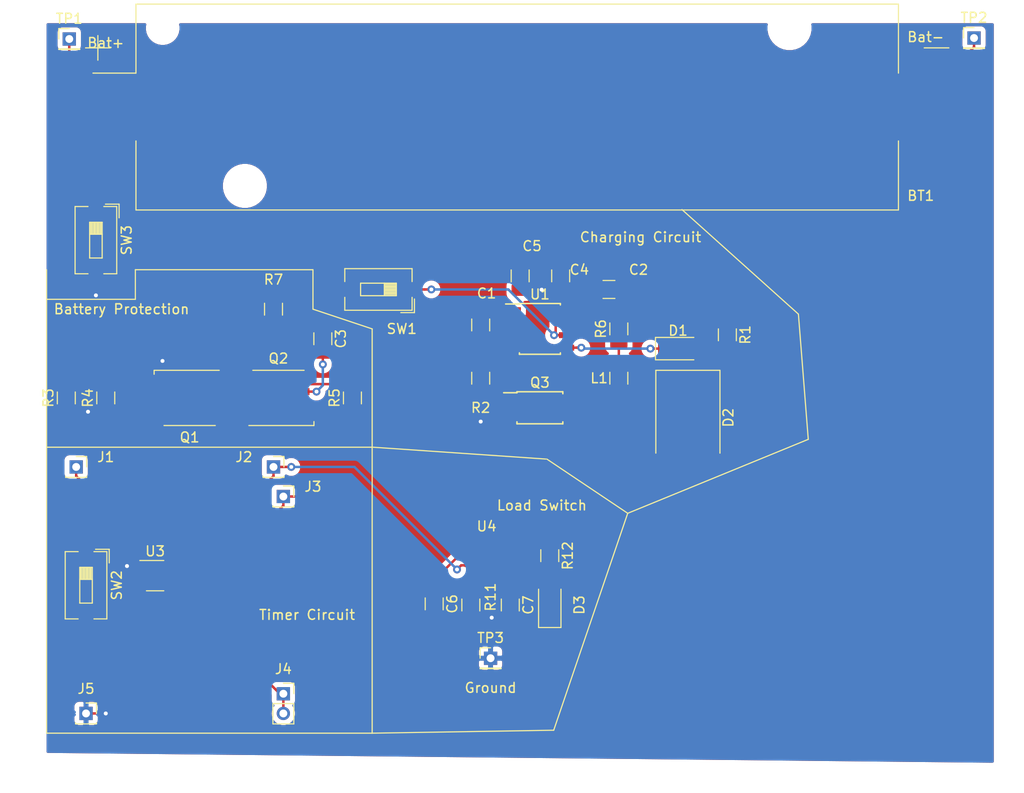
<source format=kicad_pcb>
(kicad_pcb (version 20171130) (host pcbnew "(5.1.0)-1")
  (layers (0 F.Cu signal) (31 B.Cu signal) (34 B.Paste user) (35 F.Paste user) (36 B.SilkS user) (37 F.SilkS user) (38 B.Mask user) (39 F.Mask user) (44 Edge.Cuts user))
  (net 0 "")
  (net 1 BAT)
  (net 2 "Net-(BT1-Pad2)")
  (net 3 "Net-(C1-Pad1)")
  (net 4 "Net-(C1-Pad2)")
  (net 5 GNDD)
  (net 6 "Net-(C2-Pad1)")
  (net 7 "Net-(C3-Pad1)")
  (net 8 +5V)
  (net 9 "Net-(C6-Pad1)")
  (net 10 "Net-(C7-Pad1)")
  (net 11 "Net-(D1-Pad2)")
  (net 12 "Net-(D1-Pad1)")
  (net 13 "Net-(D2-Pad1)")
  (net 14 "Net-(D3-Pad2)")
  (net 15 "Net-(J1-Pad1)")
  (net 16 "Net-(J2-Pad1)")
  (net 17 "Net-(J4-Pad1)")
  (net 18 "Net-(L1-Pad2)")
  (net 19 "Net-(Q1-Pad5)")
  (net 20 "Net-(Q1-Pad4)")
  (net 21 "Net-(Q2-Pad4)")
  (net 22 "Net-(Q3-Pad3)")
  (net 23 "Net-(R3-Pad2)")
  (net 24 "Net-(R11-Pad1)")
  (net 25 "Net-(U4-Pad3)")
  (net 26 "Net-(U4-Pad8)")
  (net 27 "Net-(U4-Pad6)")
  (module Battery:BatteryHolder_Keystone_1042_1x18650 (layer F.Cu) (at 98.7 70.5)
    (fp_text reference BT1 (at 40.9 9) (layer F.SilkS))
    (fp_text value Cell1)
    (pad 1 smd rect (at -39.33 0) (size 7.34 6.35) (layers F.Cu F.Paste F.Mask) (net 1 BAT))
    (pad 2 smd rect (at 39.33 0) (size 7.34 6.35) (layers F.Cu F.Paste F.Mask) (net 2 "Net-(BT1-Pad2)"))
    (pad "" np_thru_hole circle (at 27.6 -8) (size 3.45 3.45) (drill 3.45) (layers *.Cu *.Mask))
    (pad "" np_thru_hole circle (at -27.6 8) (size 3.45 3.45) (drill 3.45) (layers *.Cu *.Mask))
    (pad "" np_thru_hole circle (at -35.93 -8) (size 2.39 2.39) (drill 2.39) (layers *.Cu *.Mask))
  )
  (module Capacitor_SMD:C_1206_3216Metric (layer F.Cu) (at 95 92.6 270)
    (fp_text reference C1 (at -3.2 -0.6) (layer F.SilkS))
    (fp_text value 0.47u)
    (pad 1 smd roundrect (at -1.4 0 270) (size 1.25 1.75) (layers F.Cu F.Paste F.Mask) (roundrect_rratio 0.2) (net 3 "Net-(C1-Pad1)"))
    (pad 2 smd roundrect (at 1.4 0 270) (size 1.25 1.75) (layers F.Cu F.Paste F.Mask) (roundrect_rratio 0.2) (net 4 "Net-(C1-Pad2)"))
  )
  (module Capacitor_SMD:C_1206_3216Metric (layer F.Cu) (at 108 89 180)
    (fp_text reference C2 (at -3 2 180) (layer F.SilkS))
    (fp_text value 22u)
    (pad 2 smd roundrect (at 1.4 0 180) (size 1.25 1.75) (layers F.Cu F.Paste F.Mask) (roundrect_rratio 0.2) (net 5 GNDD))
    (pad 1 smd roundrect (at -1.4 0 180) (size 1.25 1.75) (layers F.Cu F.Paste F.Mask) (roundrect_rratio 0.2) (net 6 "Net-(C2-Pad1)"))
  )
  (module Capacitor_SMD:C_1206_3216Metric (layer F.Cu) (at 79 94 270)
    (fp_text reference C3 (at 0 -1.82 270) (layer F.SilkS))
    (fp_text value 0.1u)
    (pad 1 smd roundrect (at -1.4 0 270) (size 1.25 1.75) (layers F.Cu F.Paste F.Mask) (roundrect_rratio 0.2) (net 7 "Net-(C3-Pad1)"))
    (pad 2 smd roundrect (at 1.4 0 270) (size 1.25 1.75) (layers F.Cu F.Paste F.Mask) (roundrect_rratio 0.2) (net 2 "Net-(BT1-Pad2)"))
  )
  (module Capacitor_SMD:C_1206_3216Metric (layer F.Cu) (at 103.105001 87.623001 270)
    (fp_text reference C4 (at -0.623001 -1.894999) (layer F.SilkS))
    (fp_text value 10u)
    (pad 2 smd roundrect (at 1.4 0 270) (size 1.25 1.75) (layers F.Cu F.Paste F.Mask) (roundrect_rratio 0.2) (net 5 GNDD))
    (pad 1 smd roundrect (at -1.4 0 270) (size 1.25 1.75) (layers F.Cu F.Paste F.Mask) (roundrect_rratio 0.2) (net 8 +5V))
  )
  (module Capacitor_SMD:C_1206_3216Metric (layer F.Cu) (at 99 87.623001 270)
    (fp_text reference C5 (at -3.023001 -1.2) (layer F.SilkS))
    (fp_text value 0.1u)
    (pad 1 smd roundrect (at -1.4 0 270) (size 1.25 1.75) (layers F.Cu F.Paste F.Mask) (roundrect_rratio 0.2) (net 8 +5V))
    (pad 2 smd roundrect (at 1.4 0 270) (size 1.25 1.75) (layers F.Cu F.Paste F.Mask) (roundrect_rratio 0.2) (net 5 GNDD))
  )
  (module Capacitor_SMD:C_1206_3216Metric (layer F.Cu) (at 90.286999 120.885001 270)
    (fp_text reference C6 (at 0 -1.82 270) (layer F.SilkS))
    (fp_text value 0.1u)
    (pad 1 smd roundrect (at -1.4 0 270) (size 1.25 1.75) (layers F.Cu F.Paste F.Mask) (roundrect_rratio 0.2) (net 9 "Net-(C6-Pad1)"))
    (pad 2 smd roundrect (at 1.4 0 270) (size 1.25 1.75) (layers F.Cu F.Paste F.Mask) (roundrect_rratio 0.2) (net 5 GNDD))
  )
  (module Capacitor_SMD:C_1206_3216Metric (layer F.Cu) (at 98 121 270)
    (fp_text reference C7 (at 0 -1.82 270) (layer F.SilkS))
    (fp_text value 150u)
    (pad 2 smd roundrect (at 1.4 0 270) (size 1.25 1.75) (layers F.Cu F.Paste F.Mask) (roundrect_rratio 0.2) (net 5 GNDD))
    (pad 1 smd roundrect (at -1.4 0 270) (size 1.25 1.75) (layers F.Cu F.Paste F.Mask) (roundrect_rratio 0.2) (net 10 "Net-(C7-Pad1)"))
  )
  (module LED_SMD:LED_1206_3216Metric (layer F.Cu) (at 115 95)
    (fp_text reference D1 (at 0 -1.82) (layer F.SilkS))
    (fp_text value LED)
    (pad 2 smd roundrect (at 1.4 0) (size 1.25 1.75) (layers F.Cu F.Paste F.Mask) (roundrect_rratio 0.2) (net 11 "Net-(D1-Pad2)"))
    (pad 1 smd roundrect (at -1.4 0) (size 1.25 1.75) (layers F.Cu F.Paste F.Mask) (roundrect_rratio 0.2) (net 12 "Net-(D1-Pad1)"))
  )
  (module Diode_SMD:D_SMC (layer F.Cu) (at 116 102 270)
    (fp_text reference D2 (at 0 -4.1 270) (layer F.SilkS))
    (fp_text value B330)
    (pad 1 smd rect (at -3.4 0) (size 3.3 2.5) (layers F.Cu F.Paste F.Mask) (net 13 "Net-(D2-Pad1)"))
    (pad 2 smd rect (at 3.4 0) (size 3.3 2.5) (layers F.Cu F.Paste F.Mask) (net 5 GNDD))
  )
  (module LED_SMD:LED_1206_3216Metric (layer F.Cu) (at 102 121 90)
    (fp_text reference D3 (at 0 3 90) (layer F.SilkS))
    (fp_text value LED)
    (pad 1 smd roundrect (at -1.4 0 90) (size 1.25 1.75) (layers F.Cu F.Paste F.Mask) (roundrect_rratio 0.2) (net 5 GNDD))
    (pad 2 smd roundrect (at 1.4 0 90) (size 1.25 1.75) (layers F.Cu F.Paste F.Mask) (roundrect_rratio 0.2) (net 14 "Net-(D3-Pad2)"))
  )
  (module Connector_PinSocket_2.00mm:PinSocket_1x01_P2.00mm_Vertical (layer F.Cu) (at 54 107)
    (fp_text reference J1 (at 3 -1) (layer F.SilkS))
    (fp_text value Conn_01x01_Female)
    (pad 1 thru_hole rect (at 0 0) (size 1.35 1.35) (drill 0.8) (layers *.Cu *.Mask) (net 15 "Net-(J1-Pad1)"))
  )
  (module Connector_PinSocket_2.00mm:PinSocket_1x01_P2.00mm_Vertical (layer F.Cu) (at 74 107)
    (fp_text reference J2 (at -3 -1) (layer F.SilkS))
    (fp_text value Conn_01x01_Female)
    (pad 1 thru_hole rect (at 0 0) (size 1.35 1.35) (drill 0.8) (layers *.Cu *.Mask) (net 16 "Net-(J2-Pad1)"))
  )
  (module Connector_PinSocket_2.00mm:PinSocket_1x01_P2.00mm_Vertical (layer F.Cu) (at 75 110)
    (fp_text reference J3 (at 3 -1) (layer F.SilkS))
    (fp_text value Conn_01x01_Female)
    (pad 1 thru_hole rect (at 0 0) (size 1.35 1.35) (drill 0.8) (layers *.Cu *.Mask) (net 9 "Net-(C6-Pad1)"))
  )
  (module Connector_PinSocket_2.00mm:PinSocket_1x02_P2.00mm_Vertical (layer F.Cu) (at 75 130)
    (fp_text reference J4 (at 0 -2.5) (layer F.SilkS))
    (fp_text value Conn_01x02_Female)
    (pad 1 thru_hole rect (at 0 0) (size 1.35 1.35) (drill 0.8) (layers *.Cu *.Mask) (net 17 "Net-(J4-Pad1)"))
    (pad 2 thru_hole oval (at 0 2) (size 1.35 1.35) (drill 0.8) (layers *.Cu *.Mask) (net 17 "Net-(J4-Pad1)"))
  )
  (module Connector_PinSocket_2.00mm:PinSocket_1x01_P2.00mm_Vertical (layer F.Cu) (at 55 132)
    (fp_text reference J5 (at 0 -2.5) (layer F.SilkS))
    (fp_text value Conn_01x01_Female)
    (pad 1 thru_hole rect (at 0 0) (size 1.35 1.35) (drill 0.8) (layers *.Cu *.Mask) (net 5 GNDD))
  )
  (module Inductor_SMD:L_1206_3216Metric (layer F.Cu) (at 109 98 90)
    (fp_text reference L1 (at 0 -2 180) (layer F.SilkS))
    (fp_text value 1.64u)
    (pad 1 smd roundrect (at -1.4 0 90) (size 1.25 1.75) (layers F.Cu F.Paste F.Mask) (roundrect_rratio 0.2) (net 13 "Net-(D2-Pad1)"))
    (pad 2 smd roundrect (at 1.4 0 90) (size 1.25 1.75) (layers F.Cu F.Paste F.Mask) (roundrect_rratio 0.2) (net 18 "Net-(L1-Pad2)"))
  )
  (module Package_TO_SOT_SMD:TDSON-8-1 (layer F.Cu) (at 65.5 100)
    (fp_text reference Q1 (at 0 4) (layer F.SilkS))
    (fp_text value CSD17307Q5A)
    (pad 5 smd rect (at 0.5 0 270) (size 4.5 4.29) (layers F.Cu F.Mask) (net 19 "Net-(Q1-Pad5)"))
    (pad 5 smd rect (at 2.75 -1.91 270) (size 0.7 0.8) (layers F.Cu F.Paste F.Mask) (net 19 "Net-(Q1-Pad5)"))
    (pad 5 smd rect (at 2.75 -0.64 270) (size 0.7 0.8) (layers F.Cu F.Paste F.Mask) (net 19 "Net-(Q1-Pad5)"))
    (pad 5 smd rect (at 2.75 0.64 270) (size 0.7 0.8) (layers F.Cu F.Paste F.Mask) (net 19 "Net-(Q1-Pad5)"))
    (pad 5 smd rect (at 2.75 1.91 270) (size 0.7 0.8) (layers F.Cu F.Paste F.Mask) (net 19 "Net-(Q1-Pad5)"))
    (pad 4 smd rect (at -2.75 1.91 270) (size 0.7 0.8) (layers F.Cu F.Paste F.Mask) (net 20 "Net-(Q1-Pad4)"))
    (pad 3 smd rect (at -2.75 0.64 270) (size 0.7 0.8) (layers F.Cu F.Paste F.Mask) (net 5 GNDD))
    (pad 2 smd rect (at -2.75 -0.64 270) (size 0.7 0.8) (layers F.Cu F.Paste F.Mask) (net 5 GNDD))
    (pad 1 smd rect (at -2.75 -1.91 270) (size 0.7 0.8) (layers F.Cu F.Paste F.Mask) (net 5 GNDD))
  )
  (module Package_TO_SOT_SMD:TDSON-8-1 (layer F.Cu) (at 74.5 100 180)
    (fp_text reference Q2 (at 0 4 180) (layer F.SilkS))
    (fp_text value CSD17307Q5A)
    (pad 1 smd rect (at -2.75 -1.91 90) (size 0.7 0.8) (layers F.Cu F.Paste F.Mask) (net 2 "Net-(BT1-Pad2)"))
    (pad 2 smd rect (at -2.75 -0.64 90) (size 0.7 0.8) (layers F.Cu F.Paste F.Mask) (net 2 "Net-(BT1-Pad2)"))
    (pad 3 smd rect (at -2.75 0.64 90) (size 0.7 0.8) (layers F.Cu F.Paste F.Mask) (net 2 "Net-(BT1-Pad2)"))
    (pad 4 smd rect (at -2.75 1.91 90) (size 0.7 0.8) (layers F.Cu F.Paste F.Mask) (net 21 "Net-(Q2-Pad4)"))
    (pad 5 smd rect (at 2.75 1.91 90) (size 0.7 0.8) (layers F.Cu F.Paste F.Mask) (net 19 "Net-(Q1-Pad5)"))
    (pad 5 smd rect (at 2.75 0.64 90) (size 0.7 0.8) (layers F.Cu F.Paste F.Mask) (net 19 "Net-(Q1-Pad5)"))
    (pad 5 smd rect (at 2.75 -0.64 90) (size 0.7 0.8) (layers F.Cu F.Paste F.Mask) (net 19 "Net-(Q1-Pad5)"))
    (pad 5 smd rect (at 2.75 -1.91 90) (size 0.7 0.8) (layers F.Cu F.Paste F.Mask) (net 19 "Net-(Q1-Pad5)"))
    (pad 5 smd rect (at 0.5 0 90) (size 4.5 4.29) (layers F.Cu F.Mask) (net 19 "Net-(Q1-Pad5)"))
  )
  (module Package_SO:TSSOP-8_4.4x3mm_P0.65mm (layer F.Cu) (at 101 101)
    (fp_text reference Q3 (at 0 -2.55) (layer F.SilkS))
    (fp_text value Si6435ADQ)
    (pad 1 smd rect (at -2.95 -0.975) (size 1.45 0.45) (layers F.Cu F.Paste F.Mask) (net 8 +5V))
    (pad 2 smd rect (at -2.95 -0.325) (size 1.45 0.45) (layers F.Cu F.Paste F.Mask) (net 13 "Net-(D2-Pad1)"))
    (pad 3 smd rect (at -2.95 0.325) (size 1.45 0.45) (layers F.Cu F.Paste F.Mask) (net 22 "Net-(Q3-Pad3)"))
    (pad 4 smd rect (at -2.95 0.975) (size 1.45 0.45) (layers F.Cu F.Paste F.Mask))
    (pad 5 smd rect (at 2.95 0.975) (size 1.45 0.45) (layers F.Cu F.Paste F.Mask))
    (pad 6 smd rect (at 2.95 0.325) (size 1.45 0.45) (layers F.Cu F.Paste F.Mask))
    (pad 7 smd rect (at 2.95 -0.325) (size 1.45 0.45) (layers F.Cu F.Paste F.Mask))
    (pad 8 smd rect (at 2.95 -0.975) (size 1.45 0.45) (layers F.Cu F.Paste F.Mask))
  )
  (module Resistor_SMD:R_1206_3216Metric (layer F.Cu) (at 120 93.6 270)
    (fp_text reference R1 (at 0 -1.82 270) (layer F.SilkS))
    (fp_text value 2k)
    (pad 1 smd roundrect (at -1.4 0 270) (size 1.25 1.75) (layers F.Cu F.Paste F.Mask) (roundrect_rratio 0.2) (net 8 +5V))
    (pad 2 smd roundrect (at 1.4 0 270) (size 1.25 1.75) (layers F.Cu F.Paste F.Mask) (roundrect_rratio 0.2) (net 11 "Net-(D1-Pad2)"))
  )
  (module Resistor_SMD:R_1206_3216Metric (layer F.Cu) (at 95 98 270)
    (fp_text reference R2 (at 3 0) (layer F.SilkS))
    (fp_text value 2.2k)
    (pad 1 smd roundrect (at -1.4 0 270) (size 1.25 1.75) (layers F.Cu F.Paste F.Mask) (roundrect_rratio 0.2) (net 4 "Net-(C1-Pad2)"))
    (pad 2 smd roundrect (at 1.4 0 270) (size 1.25 1.75) (layers F.Cu F.Paste F.Mask) (roundrect_rratio 0.2) (net 5 GNDD))
  )
  (module Resistor_SMD:R_1206_3216Metric (layer F.Cu) (at 53 100 90)
    (fp_text reference R3 (at 0 -1.82 90) (layer F.SilkS))
    (fp_text value 2.2k)
    (pad 1 smd roundrect (at -1.4 0 90) (size 1.25 1.75) (layers F.Cu F.Paste F.Mask) (roundrect_rratio 0.2) (net 5 GNDD))
    (pad 2 smd roundrect (at 1.4 0 90) (size 1.25 1.75) (layers F.Cu F.Paste F.Mask) (roundrect_rratio 0.2) (net 23 "Net-(R3-Pad2)"))
  )
  (module Resistor_SMD:R_1206_3216Metric (layer F.Cu) (at 57 100 90)
    (fp_text reference R4 (at 0 -1.82 90) (layer F.SilkS))
    (fp_text value 5M)
    (pad 1 smd roundrect (at -1.4 0 90) (size 1.25 1.75) (layers F.Cu F.Paste F.Mask) (roundrect_rratio 0.2) (net 5 GNDD))
    (pad 2 smd roundrect (at 1.4 0 90) (size 1.25 1.75) (layers F.Cu F.Paste F.Mask) (roundrect_rratio 0.2) (net 20 "Net-(Q1-Pad4)"))
  )
  (module Resistor_SMD:R_1206_3216Metric (layer F.Cu) (at 82 100 90)
    (fp_text reference R5 (at 0 -1.82 90) (layer F.SilkS))
    (fp_text value 5M)
    (pad 2 smd roundrect (at 1.4 0 90) (size 1.25 1.75) (layers F.Cu F.Paste F.Mask) (roundrect_rratio 0.2) (net 21 "Net-(Q2-Pad4)"))
    (pad 1 smd roundrect (at -1.4 0 90) (size 1.25 1.75) (layers F.Cu F.Paste F.Mask) (roundrect_rratio 0.2) (net 2 "Net-(BT1-Pad2)"))
  )
  (module Resistor_SMD:R_1206_3216Metric (layer F.Cu) (at 109 93 90)
    (fp_text reference R6 (at 0 -1.82 90) (layer F.SilkS))
    (fp_text value 59m)
    (pad 2 smd roundrect (at 1.4 0 90) (size 1.25 1.75) (layers F.Cu F.Paste F.Mask) (roundrect_rratio 0.2) (net 6 "Net-(C2-Pad1)"))
    (pad 1 smd roundrect (at -1.4 0 90) (size 1.25 1.75) (layers F.Cu F.Paste F.Mask) (roundrect_rratio 0.2) (net 18 "Net-(L1-Pad2)"))
  )
  (module Resistor_SMD:R_1206_3216Metric (layer F.Cu) (at 74 91 270)
    (fp_text reference R7 (at -3 0) (layer F.SilkS))
    (fp_text value 330)
    (pad 2 smd roundrect (at 1.4 0 270) (size 1.25 1.75) (layers F.Cu F.Paste F.Mask) (roundrect_rratio 0.2) (net 7 "Net-(C3-Pad1)"))
    (pad 1 smd roundrect (at -1.4 0 270) (size 1.25 1.75) (layers F.Cu F.Paste F.Mask) (roundrect_rratio 0.2) (net 1 BAT))
  )
  (module Resistor_SMD:R_1206_3216Metric (layer F.Cu) (at 94 121 270)
    (fp_text reference R11 (at -0.8 -2 270) (layer F.SilkS))
    (fp_text value 20k)
    (pad 2 smd roundrect (at 1.4 0 270) (size 1.25 1.75) (layers F.Cu F.Paste F.Mask) (roundrect_rratio 0.2) (net 5 GNDD))
    (pad 1 smd roundrect (at -1.4 0 270) (size 1.25 1.75) (layers F.Cu F.Paste F.Mask) (roundrect_rratio 0.2) (net 24 "Net-(R11-Pad1)"))
  )
  (module Resistor_SMD:R_1206_3216Metric (layer F.Cu) (at 102 116 270)
    (fp_text reference R12 (at 0 -1.82 270) (layer F.SilkS))
    (fp_text value 2k)
    (pad 1 smd roundrect (at -1.4 0 270) (size 1.25 1.75) (layers F.Cu F.Paste F.Mask) (roundrect_rratio 0.2) (net 10 "Net-(C7-Pad1)"))
    (pad 2 smd roundrect (at 1.4 0 270) (size 1.25 1.75) (layers F.Cu F.Paste F.Mask) (roundrect_rratio 0.2) (net 14 "Net-(D3-Pad2)"))
  )
  (module Button_Switch_SMD:SW_DIP_SPSTx01_Slide_6.7x4.1mm_W6.73mm_P2.54mm_LowProfile_JPin (layer F.Cu) (at 84.635 89 180)
    (fp_text reference SW1 (at -2.365 -4 180) (layer F.SilkS))
    (fp_text value SW_Push)
    (pad 1 smd rect (at -3.365 0 180) (size 2.16 1.12) (layers F.Cu F.Paste F.Mask) (net 6 "Net-(C2-Pad1)"))
    (pad 2 smd rect (at 3.365 0 180) (size 2.16 1.12) (layers F.Cu F.Paste F.Mask) (net 1 BAT))
  )
  (module Button_Switch_SMD:SW_DIP_SPSTx01_Slide_6.7x4.1mm_W6.73mm_P2.54mm_LowProfile_JPin (layer F.Cu) (at 55 119 270)
    (fp_text reference SW2 (at 0 -3.11 270) (layer F.SilkS))
    (fp_text value SW_Push)
    (pad 1 smd rect (at -3.365 0 270) (size 2.16 1.12) (layers F.Cu F.Paste F.Mask) (net 8 +5V))
    (pad 2 smd rect (at 3.365 0 270) (size 2.16 1.12) (layers F.Cu F.Paste F.Mask) (net 9 "Net-(C6-Pad1)"))
  )
  (module Button_Switch_SMD:SW_DIP_SPSTx01_Slide_6.7x4.1mm_W6.73mm_P2.54mm_LowProfile_JPin (layer F.Cu) (at 56 84 270)
    (fp_text reference SW3 (at 0 -3.11 270) (layer F.SilkS))
    (fp_text value SW_Push)
    (pad 2 smd rect (at 3.365 0 270) (size 2.16 1.12) (layers F.Cu F.Paste F.Mask) (net 5 GNDD))
    (pad 1 smd rect (at -3.365 0 270) (size 2.16 1.12) (layers F.Cu F.Paste F.Mask) (net 1 BAT))
  )
  (module Connector_PinHeader_2.00mm:PinHeader_1x01_P2.00mm_Vertical (layer F.Cu) (at 53.3 63.6)
    (fp_text reference TP1 (at 0 -2.06) (layer F.SilkS))
    (fp_text value TestPoint)
    (pad 1 thru_hole rect (at 0 0) (size 1.35 1.35) (drill 0.8) (layers *.Cu *.Mask) (net 1 BAT))
  )
  (module Connector_PinHeader_2.00mm:PinHeader_1x01_P2.00mm_Vertical (layer F.Cu) (at 145 63.5)
    (fp_text reference TP2 (at 0 -2.06) (layer F.SilkS))
    (fp_text value TestPoint)
    (pad 1 thru_hole rect (at 0 0) (size 1.35 1.35) (drill 0.8) (layers *.Cu *.Mask) (net 2 "Net-(BT1-Pad2)"))
  )
  (module Connector_PinHeader_2.00mm:PinHeader_1x01_P2.00mm_Vertical (layer F.Cu) (at 96 126.4)
    (fp_text reference TP3 (at 0 -2.06) (layer F.SilkS))
    (fp_text value TestPoint)
    (pad 1 thru_hole rect (at 0 0) (size 1.35 1.35) (drill 0.8) (layers *.Cu *.Mask) (net 5 GNDD))
  )
  (module Package_SO:SOIC-8_3.9x4.9mm_P1.27mm (layer F.Cu) (at 101 93)
    (fp_text reference U1 (at 0 -3.5) (layer F.SilkS))
    (fp_text value LTC4002ES8-4.2)
    (pad 1 smd rect (at -2.7 -1.905) (size 1.55 0.6) (layers F.Cu F.Paste F.Mask) (net 3 "Net-(C1-Pad1)"))
    (pad 2 smd rect (at -2.7 -0.635) (size 1.55 0.6) (layers F.Cu F.Paste F.Mask) (net 8 +5V))
    (pad 3 smd rect (at -2.7 0.635) (size 1.55 0.6) (layers F.Cu F.Paste F.Mask) (net 22 "Net-(Q3-Pad3)"))
    (pad 4 smd rect (at -2.7 1.905) (size 1.55 0.6) (layers F.Cu F.Paste F.Mask) (net 5 GNDD))
    (pad 5 smd rect (at 2.7 1.905) (size 1.55 0.6) (layers F.Cu F.Paste F.Mask) (net 12 "Net-(D1-Pad1)"))
    (pad 6 smd rect (at 2.7 0.635) (size 1.55 0.6) (layers F.Cu F.Paste F.Mask) (net 6 "Net-(C2-Pad1)"))
    (pad 7 smd rect (at 2.7 -0.635) (size 1.55 0.6) (layers F.Cu F.Paste F.Mask) (net 18 "Net-(L1-Pad2)"))
    (pad 8 smd rect (at 2.7 -1.905) (size 1.55 0.6) (layers F.Cu F.Paste F.Mask) (net 5 GNDD))
  )
  (module Package_TO_SOT_SMD:TSOT-23-6 (layer F.Cu) (at 62 118)
    (fp_text reference U3 (at 0 -2.45) (layer F.SilkS))
    (fp_text value LTC6995-1)
    (pad 1 smd rect (at -1.31 -0.95) (size 1.22 0.65) (layers F.Cu F.Paste F.Mask) (net 5 GNDD))
    (pad 2 smd rect (at -1.31 0) (size 1.22 0.65) (layers F.Cu F.Paste F.Mask) (net 5 GNDD))
    (pad 3 smd rect (at -1.31 0.95) (size 1.22 0.65) (layers F.Cu F.Paste F.Mask) (net 15 "Net-(J1-Pad1)"))
    (pad 4 smd rect (at 1.31 0.95) (size 1.22 0.65) (layers F.Cu F.Paste F.Mask) (net 17 "Net-(J4-Pad1)"))
    (pad 5 smd rect (at 1.31 0) (size 1.22 0.65) (layers F.Cu F.Paste F.Mask) (net 9 "Net-(C6-Pad1)"))
    (pad 6 smd rect (at 1.31 -0.95) (size 1.22 0.65) (layers F.Cu F.Paste F.Mask) (net 16 "Net-(J2-Pad1)"))
  )
  (module tps2557:TPS2557 (layer F.Cu) (at 93.6 115.025)
    (fp_text reference U4 (at 2 -2) (layer F.SilkS))
    (fp_text value TPS2557)
    (pad 1 smd rect (at 0 0) (size 0.5 0.35) (layers F.Cu F.Paste F.Mask) (net 5 GNDD))
    (pad 2 smd rect (at 0 0.65) (size 0.5 0.35) (layers F.Cu F.Paste F.Mask) (net 9 "Net-(C6-Pad1)"))
    (pad 3 smd rect (at 0 1.3) (size 0.5 0.35) (layers F.Cu F.Paste F.Mask) (net 25 "Net-(U4-Pad3)"))
    (pad 4 smd rect (at 0 1.95) (size 0.5 0.35) (layers F.Cu F.Paste F.Mask) (net 16 "Net-(J2-Pad1)"))
    (pad 7 smd rect (at 2.8 0.65) (size 0.5 0.35) (layers F.Cu F.Paste F.Mask) (net 10 "Net-(C7-Pad1)"))
    (pad 5 smd rect (at 2.8 1.95) (size 0.5 0.35) (layers F.Cu F.Paste F.Mask) (net 24 "Net-(R11-Pad1)"))
    (pad 8 smd rect (at 2.8 0) (size 0.5 0.35) (layers F.Cu F.Paste F.Mask) (net 26 "Net-(U4-Pad8)"))
    (pad 6 smd rect (at 2.8 1.3) (size 0.5 0.35) (layers F.Cu F.Paste F.Mask) (net 27 "Net-(U4-Pad6)"))
    (pad 1 smd rect (at 1.4 0.975) (size 1.65 2.4) (layers F.Cu F.Paste F.Mask) (net 5 GNDD))
  )
  (gr_text "Charging Circuit" (at 111.2 83.7) (layer F.SilkS) (effects (font (size 1 1))))
  (gr_line (start 127.2 91.5) (end 115.4 80.9) (layer F.SilkS) (width 0.12))
  (gr_line (start 128.2 104.2) (end 127.2 91.5) (layer F.SilkS) (width 0.12))
  (gr_line (start 109.9 111.7) (end 128.2 104.2) (layer F.SilkS) (width 0.12))
  (gr_line (start 102.4 133.7) (end 84 134) (layer F.SilkS) (width 0.12))
  (gr_line (start 109.9 111.7) (end 102.4 133.7) (layer F.SilkS) (width 0.12))
  (gr_line (start 101.7 106.2) (end 109.9 111.7) (layer F.SilkS) (width 0.12))
  (gr_line (start 84.1 105) (end 101.6 106.2) (layer F.SilkS) (width 0.12))
  (gr_text "Load Switch" (at 101.2 110.9) (layer F.SilkS) (effects (font (size 1 1))))
  (gr_text "Battery Protection" (at 58.6 91) (layer F.SilkS) (effects (font (size 1 1))))
  (gr_text "Timer Circuit" (at 77.4 122) (layer F.SilkS) (effects (font (size 1 1))))
  (gr_text Bat- (at 140.1 63.4) (layer F.SilkS) (effects (font (size 1 1))))
  (gr_text Bat+ (at 57 64) (layer F.SilkS) (effects (font (size 1 1))))
  (gr_text Ground (at 96 129.4) (layer F.SilkS) (effects (font (size 1 1))))
  (gr_line (start 84 105) (end 84 93) (layer F.SilkS) (width 0.12))
  (gr_line (start 78 91) (end 84 93) (layer F.SilkS) (width 0.12))
  (gr_line (start 78 90) (end 78 91) (layer F.SilkS) (width 0.12))
  (gr_line (start 78 87) (end 78 90) (layer F.SilkS) (width 0.12))
  (gr_line (start 60 87) (end 78 87) (layer F.SilkS) (width 0.12))
  (gr_line (start 60 90) (end 60 87) (layer F.SilkS) (width 0.12))
  (gr_line (start 51 90) (end 60 90) (layer F.SilkS) (width 0.12))
  (gr_line (start 51 134) (end 51 105) (layer F.SilkS) (width 0.12))
  (gr_line (start 84 134) (end 51 134) (layer F.SilkS) (width 0.12))
  (gr_line (start 84 105) (end 84 134) (layer F.SilkS) (width 0.12))
  (gr_line (start 84 105) (end 51 105) (layer F.SilkS) (width 0.12))
  (gr_line (start 51 105) (end 51 87) (layer F.SilkS) (width 0.12))
  (segment (start 65.035 80.635) (end 74 89.6) (width 0.25) (layer F.Cu) (net 1))
  (segment (start 56 80.635) (end 65.035 80.635) (width 0.25) (layer F.Cu) (net 1))
  (segment (start 80.67 89.6) (end 81.27 89) (width 0.25) (layer F.Cu) (net 1))
  (segment (start 74 89.6) (end 80.67 89.6) (width 0.25) (layer F.Cu) (net 1))
  (segment (start 53.3 64.525) (end 53.3 63.6) (width 0.25) (layer F.Cu) (net 1))
  (segment (start 53.3 68.35) (end 53.3 64.525) (width 0.25) (layer F.Cu) (net 1))
  (segment (start 55.45 70.5) (end 53.3 68.35) (width 0.25) (layer F.Cu) (net 1))
  (segment (start 59.37 70.5) (end 55.45 70.5) (width 0.25) (layer F.Cu) (net 1))
  (segment (start 56.81 80.635) (end 56 80.635) (width 0.25) (layer F.Cu) (net 1))
  (segment (start 59.37 78.075) (end 56.81 80.635) (width 0.25) (layer F.Cu) (net 1))
  (segment (start 59.37 70.5) (end 59.37 78.075) (width 0.25) (layer F.Cu) (net 1))
  (segment (start 77.76 101.4) (end 77.25 101.91) (width 0.25) (layer F.Cu) (net 2))
  (segment (start 82 101.4) (end 77.76 101.4) (width 0.25) (layer F.Cu) (net 2))
  (segment (start 77.25 99.36) (end 77.25 100.64) (width 0.25) (layer F.Cu) (net 2))
  (segment (start 77.25 101.91) (end 77.25 100.64) (width 0.25) (layer F.Cu) (net 2))
  (segment (start 77.1 93.5) (end 79 95.4) (width 0.25) (layer F.Cu) (net 2))
  (segment (start 77.25 99.36) (end 78.36 99.36) (width 0.25) (layer F.Cu) (net 2))
  (segment (start 78.36 99.36) (end 78.36 99.36) (width 0.25) (layer F.Cu) (net 2))
  (via (at 78.36 99.36) (size 0.8) (drill 0.4) (layers F.Cu B.Cu) (net 2))
  (segment (start 79 95.4) (end 79 96.6) (width 0.25) (layer F.Cu) (net 2))
  (segment (start 79 96.6) (end 79 96.6) (width 0.25) (layer F.Cu) (net 2))
  (via (at 79 96.6) (size 0.8) (drill 0.4) (layers F.Cu B.Cu) (net 2))
  (segment (start 79 98.72) (end 78.36 99.36) (width 0.25) (layer B.Cu) (net 2))
  (segment (start 79 96.6) (end 79 98.72) (width 0.25) (layer B.Cu) (net 2))
  (segment (start 82 101.4) (end 82 100.675) (width 0.25) (layer F.Cu) (net 2))
  (segment (start 138.925 70.5) (end 138.03 70.5) (width 0.25) (layer F.Cu) (net 2))
  (segment (start 145 64.425) (end 138.925 70.5) (width 0.25) (layer F.Cu) (net 2))
  (segment (start 145 63.5) (end 145 64.425) (width 0.25) (layer F.Cu) (net 2))
  (segment (start 134.11 70.5) (end 124.51 80.1) (width 0.25) (layer F.Cu) (net 2))
  (segment (start 138.03 70.5) (end 134.11 70.5) (width 0.25) (layer F.Cu) (net 2))
  (segment (start 94.3 80.1) (end 79 95.4) (width 0.25) (layer F.Cu) (net 2))
  (segment (start 124.51 80.1) (end 94.3 80.1) (width 0.25) (layer F.Cu) (net 2))
  (segment (start 98.3 91.095) (end 98.775 91.095) (width 0.25) (layer F.Cu) (net 3))
  (segment (start 98.195 91.2) (end 98.3 91.095) (width 0.25) (layer F.Cu) (net 3))
  (segment (start 95 91.2) (end 98.195 91.2) (width 0.25) (layer F.Cu) (net 3))
  (segment (start 95 94) (end 95 96.6) (width 0.25) (layer F.Cu) (net 4))
  (segment (start 62.75 98.09) (end 62.75 100.64) (width 0.25) (layer F.Cu) (net 5))
  (segment (start 53 101.4) (end 55.2 101.4) (width 0.25) (layer F.Cu) (net 5))
  (segment (start 56 87.365) (end 56 89.6) (width 0.25) (layer F.Cu) (net 5))
  (segment (start 56 89.6) (end 56 89.6) (width 0.25) (layer F.Cu) (net 5))
  (via (at 56 89.6) (size 0.8) (drill 0.4) (layers F.Cu B.Cu) (net 5))
  (segment (start 62.75 98.09) (end 62.75 96.25) (width 0.25) (layer F.Cu) (net 5))
  (segment (start 62.75 96.25) (end 62.75 96.25) (width 0.25) (layer F.Cu) (net 5))
  (via (at 62.75 96.25) (size 0.8) (drill 0.4) (layers F.Cu B.Cu) (net 5))
  (segment (start 99 89.023001) (end 101.176999 89.023001) (width 0.25) (layer F.Cu) (net 5))
  (segment (start 106.576999 89.023001) (end 106.6 89) (width 0.25) (layer F.Cu) (net 5))
  (segment (start 103.105001 89.023001) (end 106.576999 89.023001) (width 0.25) (layer F.Cu) (net 5))
  (segment (start 101.176999 89.023001) (end 103.105001 89.023001) (width 0.25) (layer F.Cu) (net 5))
  (via (at 101.176999 89.023001) (size 0.8) (drill 0.4) (layers F.Cu B.Cu) (net 5))
  (segment (start 103.7 89.618) (end 103.105001 89.023001) (width 0.25) (layer F.Cu) (net 5))
  (segment (start 103.7 91.095) (end 103.7 89.618) (width 0.25) (layer F.Cu) (net 5))
  (segment (start 98.3 96.1) (end 98.3 94.905) (width 0.25) (layer F.Cu) (net 5))
  (segment (start 95 99.4) (end 98.3 96.1) (width 0.25) (layer F.Cu) (net 5))
  (segment (start 101.885001 122.285001) (end 102 122.4) (width 0.25) (layer F.Cu) (net 5))
  (segment (start 96.114999 122.285001) (end 101.885001 122.285001) (width 0.25) (layer F.Cu) (net 5))
  (via (at 96.114999 122.285001) (size 0.8) (drill 0.4) (layers F.Cu B.Cu) (net 5))
  (segment (start 96 122.4) (end 96.114999 122.285001) (width 0.25) (layer F.Cu) (net 5))
  (segment (start 96 126.4) (end 96 122.4) (width 0.25) (layer F.Cu) (net 5))
  (segment (start 94.025 115.025) (end 95 116) (width 0.25) (layer F.Cu) (net 5))
  (segment (start 93.6 115.025) (end 94.025 115.025) (width 0.25) (layer F.Cu) (net 5))
  (segment (start 92 122.2) (end 92.085001 122.285001) (width 0.25) (layer F.Cu) (net 5))
  (segment (start 92 119.78681) (end 92 122.2) (width 0.25) (layer F.Cu) (net 5))
  (segment (start 95 116.78681) (end 92 119.78681) (width 0.25) (layer F.Cu) (net 5))
  (segment (start 95 116) (end 95 116.78681) (width 0.25) (layer F.Cu) (net 5))
  (segment (start 90.286999 122.285001) (end 92.085001 122.285001) (width 0.25) (layer F.Cu) (net 5))
  (segment (start 92.085001 122.285001) (end 96.114999 122.285001) (width 0.25) (layer F.Cu) (net 5))
  (segment (start 55 132) (end 57 132) (width 0.25) (layer F.Cu) (net 5))
  (segment (start 57 132) (end 57 132) (width 0.25) (layer F.Cu) (net 5))
  (via (at 57 132) (size 0.8) (drill 0.4) (layers F.Cu B.Cu) (net 5))
  (segment (start 55.2 101.4) (end 57 101.4) (width 0.25) (layer F.Cu) (net 5))
  (via (at 55.2 101.4) (size 0.8) (drill 0.4) (layers F.Cu B.Cu) (net 5))
  (segment (start 60.69 117.05) (end 59.83 117.05) (width 0.25) (layer F.Cu) (net 5))
  (segment (start 59.83 117.05) (end 59.15 117.05) (width 0.25) (layer F.Cu) (net 5))
  (segment (start 59.15 117.05) (end 59.05 117.05) (width 0.25) (layer F.Cu) (net 5))
  (via (at 59.15 117.05) (size 0.8) (drill 0.4) (layers F.Cu B.Cu) (net 5))
  (segment (start 59.74 117.05) (end 60.69 118) (width 0.25) (layer F.Cu) (net 5))
  (segment (start 59.15 117.05) (end 59.74 117.05) (width 0.25) (layer F.Cu) (net 5))
  (segment (start 95 99.4) (end 95 102.4) (width 0.25) (layer F.Cu) (net 5))
  (segment (start 95 102.4) (end 95 102.4) (width 0.25) (layer F.Cu) (net 5))
  (via (at 95 102.4) (size 0.8) (drill 0.4) (layers F.Cu B.Cu) (net 5))
  (segment (start 98 105.4) (end 95 102.4) (width 0.25) (layer F.Cu) (net 5))
  (segment (start 116 105.4) (end 98 105.4) (width 0.25) (layer F.Cu) (net 5))
  (segment (start 88 89) (end 89.33 89) (width 0.25) (layer F.Cu) (net 6))
  (segment (start 89.33 89) (end 90 89) (width 0.25) (layer F.Cu) (net 6))
  (segment (start 90 89) (end 90 89) (width 0.25) (layer F.Cu) (net 6))
  (via (at 90 89) (size 0.8) (drill 0.4) (layers F.Cu B.Cu) (net 6))
  (segment (start 103.7 93.635) (end 102.435 93.635) (width 0.25) (layer F.Cu) (net 6))
  (segment (start 102.435 93.635) (end 102.435 93.635) (width 0.25) (layer F.Cu) (net 6))
  (via (at 102.435 93.635) (size 0.8) (drill 0.4) (layers F.Cu B.Cu) (net 6))
  (segment (start 97.8 89) (end 102.435 93.635) (width 0.25) (layer B.Cu) (net 6))
  (segment (start 90 89) (end 97.8 89) (width 0.25) (layer B.Cu) (net 6))
  (segment (start 109.4 91.2) (end 109 91.6) (width 0.25) (layer F.Cu) (net 6))
  (segment (start 109.4 89) (end 109.4 91.2) (width 0.25) (layer F.Cu) (net 6))
  (segment (start 108.025 91.6) (end 109 91.6) (width 0.25) (layer F.Cu) (net 6))
  (segment (start 107.904999 91.720001) (end 108.025 91.6) (width 0.25) (layer F.Cu) (net 6))
  (segment (start 102.679999 91.720001) (end 107.904999 91.720001) (width 0.25) (layer F.Cu) (net 6))
  (segment (start 102.599999 91.800001) (end 102.679999 91.720001) (width 0.25) (layer F.Cu) (net 6))
  (segment (start 102.599999 93.559999) (end 102.599999 91.800001) (width 0.25) (layer F.Cu) (net 6))
  (segment (start 102.675 93.635) (end 102.599999 93.559999) (width 0.25) (layer F.Cu) (net 6))
  (segment (start 103.7 93.635) (end 102.675 93.635) (width 0.25) (layer F.Cu) (net 6))
  (segment (start 73.025 92.4) (end 72.425 93) (width 0.25) (layer F.Cu) (net 7))
  (segment (start 74 92.4) (end 73.025 92.4) (width 0.25) (layer F.Cu) (net 7))
  (segment (start 78.8 92.4) (end 79 92.6) (width 0.25) (layer F.Cu) (net 7))
  (segment (start 74 92.4) (end 78.8 92.4) (width 0.25) (layer F.Cu) (net 7))
  (segment (start 80.801998 110) (end 90.286999 119.485001) (width 0.25) (layer F.Cu) (net 9))
  (segment (start 75 110) (end 80.801998 110) (width 0.25) (layer F.Cu) (net 9))
  (segment (start 93.1 115.675) (end 93.6 115.675) (width 0.25) (layer F.Cu) (net 9))
  (segment (start 90.286999 118.488001) (end 93.1 115.675) (width 0.25) (layer F.Cu) (net 9))
  (segment (start 90.286999 119.485001) (end 90.286999 118.488001) (width 0.25) (layer F.Cu) (net 9))
  (segment (start 62.45 118) (end 63.31 118) (width 0.25) (layer F.Cu) (net 9))
  (segment (start 62.374999 118.075001) (end 62.45 118) (width 0.25) (layer F.Cu) (net 9))
  (segment (start 62.374999 118.785003) (end 62.374999 118.075001) (width 0.25) (layer F.Cu) (net 9))
  (segment (start 58.795002 122.365) (end 62.374999 118.785003) (width 0.25) (layer F.Cu) (net 9))
  (segment (start 55 122.365) (end 58.795002 122.365) (width 0.25) (layer F.Cu) (net 9))
  (segment (start 64.17 118) (end 63.31 118) (width 0.25) (layer F.Cu) (net 9))
  (segment (start 67.925 118) (end 64.17 118) (width 0.25) (layer F.Cu) (net 9))
  (segment (start 75 110.925) (end 67.925 118) (width 0.25) (layer F.Cu) (net 9))
  (segment (start 75 110) (end 75 110.925) (width 0.25) (layer F.Cu) (net 9))
  (segment (start 100.925 115.675) (end 102 114.6) (width 0.25) (layer F.Cu) (net 10))
  (segment (start 98 115.8) (end 98.125 115.675) (width 0.25) (layer F.Cu) (net 10))
  (segment (start 98 119.6) (end 98 115.8) (width 0.25) (layer F.Cu) (net 10))
  (segment (start 96.4 115.675) (end 98.125 115.675) (width 0.25) (layer F.Cu) (net 10))
  (segment (start 98.125 115.675) (end 100.925 115.675) (width 0.25) (layer F.Cu) (net 10))
  (segment (start 120 95) (end 116.4 95) (width 0.25) (layer F.Cu) (net 11))
  (segment (start 103.7 94.905) (end 104.725 94.905) (width 0.25) (layer F.Cu) (net 12))
  (segment (start 104.725 94.905) (end 105.195 94.905) (width 0.25) (layer F.Cu) (net 12))
  (segment (start 105.195 94.905) (end 105.195 94.905) (width 0.25) (layer F.Cu) (net 12))
  (via (at 105.195 94.905) (size 0.8) (drill 0.4) (layers F.Cu B.Cu) (net 12))
  (segment (start 113.6 95) (end 112.2 95) (width 0.25) (layer F.Cu) (net 12))
  (segment (start 112.2 95) (end 112.2 95) (width 0.25) (layer F.Cu) (net 12))
  (via (at 112.2 95) (size 0.8) (drill 0.4) (layers F.Cu B.Cu) (net 12))
  (segment (start 105.29 95) (end 105.195 94.905) (width 0.25) (layer B.Cu) (net 12))
  (segment (start 112.2 95) (end 105.29 95) (width 0.25) (layer B.Cu) (net 12))
  (segment (start 109.8 98.6) (end 109 99.4) (width 0.25) (layer F.Cu) (net 13))
  (segment (start 116 98.6) (end 109.8 98.6) (width 0.25) (layer F.Cu) (net 13))
  (segment (start 98.935002 100.675) (end 98.05 100.675) (width 0.25) (layer F.Cu) (net 13))
  (segment (start 100.210002 99.4) (end 98.935002 100.675) (width 0.25) (layer F.Cu) (net 13))
  (segment (start 109 99.4) (end 100.210002 99.4) (width 0.25) (layer F.Cu) (net 13))
  (segment (start 102 117.4) (end 102 119.6) (width 0.25) (layer F.Cu) (net 14))
  (segment (start 54 107.925) (end 58.2 112.125) (width 0.25) (layer F.Cu) (net 15))
  (segment (start 54 107) (end 54 107.925) (width 0.25) (layer F.Cu) (net 15))
  (segment (start 59.83 118.95) (end 60.69 118.95) (width 0.25) (layer F.Cu) (net 15))
  (segment (start 58.2 117.32) (end 59.83 118.95) (width 0.25) (layer F.Cu) (net 15))
  (segment (start 58.2 112.125) (end 58.2 117.32) (width 0.25) (layer F.Cu) (net 15))
  (segment (start 64.17 117.05) (end 63.31 117.05) (width 0.25) (layer F.Cu) (net 16))
  (segment (start 64.875 117.05) (end 64.17 117.05) (width 0.25) (layer F.Cu) (net 16))
  (segment (start 74 107.925) (end 64.875 117.05) (width 0.25) (layer F.Cu) (net 16))
  (segment (start 74 107) (end 74 107.925) (width 0.25) (layer F.Cu) (net 16))
  (segment (start 74 107) (end 74.925 107) (width 0.25) (layer F.Cu) (net 16))
  (segment (start 74.925 107) (end 75.8 107) (width 0.25) (layer F.Cu) (net 16))
  (segment (start 75.8 107) (end 75.8 107) (width 0.25) (layer F.Cu) (net 16))
  (via (at 75.8 107) (size 0.8) (drill 0.4) (layers F.Cu B.Cu) (net 16))
  (segment (start 93.6 116.975) (end 93.025 116.975) (width 0.25) (layer F.Cu) (net 16))
  (segment (start 93.025 116.975) (end 92.6 117.4) (width 0.25) (layer F.Cu) (net 16))
  (segment (start 92.6 117.4) (end 92.6 117.4) (width 0.25) (layer F.Cu) (net 16))
  (via (at 92.6 117.4) (size 0.8) (drill 0.4) (layers F.Cu B.Cu) (net 16))
  (segment (start 82.2 107) (end 92.6 117.4) (width 0.25) (layer B.Cu) (net 16))
  (segment (start 75.8 107) (end 82.2 107) (width 0.25) (layer B.Cu) (net 16))
  (segment (start 74.645 130) (end 75 130) (width 0.25) (layer F.Cu) (net 17))
  (segment (start 63.595 118.95) (end 74.645 130) (width 0.25) (layer F.Cu) (net 17))
  (segment (start 63.31 118.95) (end 63.595 118.95) (width 0.25) (layer F.Cu) (net 17))
  (segment (start 75 130) (end 75 132) (width 0.25) (layer F.Cu) (net 17))
  (segment (start 109 94.4) (end 109 96.6) (width 0.25) (layer F.Cu) (net 18))
  (segment (start 106.965 92.365) (end 109 94.4) (width 0.25) (layer F.Cu) (net 18))
  (segment (start 103.7 92.365) (end 106.965 92.365) (width 0.25) (layer F.Cu) (net 18))
  (segment (start 66.29 100) (end 66 100) (width 0.25) (layer F.Cu) (net 19))
  (segment (start 68.2 98.09) (end 66.29 100) (width 0.25) (layer F.Cu) (net 19))
  (segment (start 68.25 98.09) (end 68.2 98.09) (width 0.25) (layer F.Cu) (net 19))
  (segment (start 68.25 98.09) (end 68.25 99.36) (width 0.25) (layer F.Cu) (net 19))
  (segment (start 68.25 99.36) (end 68.25 100.64) (width 0.25) (layer F.Cu) (net 19))
  (segment (start 68.25 100.64) (end 68.25 101.91) (width 0.25) (layer F.Cu) (net 19))
  (segment (start 71.75 98.09) (end 71.75 101.91) (width 0.25) (layer F.Cu) (net 19))
  (segment (start 71.75 98.09) (end 68.25 98.09) (width 0.25) (layer F.Cu) (net 19))
  (segment (start 71.75 101.91) (end 68.25 101.91) (width 0.25) (layer F.Cu) (net 19))
  (segment (start 73.36 99.36) (end 74 100) (width 0.25) (layer F.Cu) (net 19))
  (segment (start 71.75 99.36) (end 73.36 99.36) (width 0.25) (layer F.Cu) (net 19))
  (segment (start 60.31 101.91) (end 62.75 101.91) (width 0.25) (layer F.Cu) (net 20))
  (segment (start 57 98.6) (end 60.31 101.91) (width 0.25) (layer F.Cu) (net 20))
  (segment (start 57 98.6) (end 62.6 93) (width 0.25) (layer F.Cu) (net 20))
  (segment (start 77.2 98.09) (end 77.25 98.09) (width 0.25) (layer F.Cu) (net 21))
  (segment (start 76.534999 97.424999) (end 77.2 98.09) (width 0.25) (layer F.Cu) (net 21))
  (segment (start 72.959999 97.424999) (end 76.534999 97.424999) (width 0.25) (layer F.Cu) (net 21))
  (segment (start 77.76 98.6) (end 77.25 98.09) (width 0.25) (layer F.Cu) (net 21))
  (segment (start 82 98.6) (end 77.76 98.6) (width 0.25) (layer F.Cu) (net 21))
  (segment (start 98.775 93.635) (end 99.6 94.46) (width 0.25) (layer F.Cu) (net 22))
  (segment (start 98.3 93.635) (end 98.775 93.635) (width 0.25) (layer F.Cu) (net 22))
  (segment (start 97.075 101.325) (end 98.05 101.325) (width 0.25) (layer F.Cu) (net 22))
  (segment (start 96.999999 101.249999) (end 97.075 101.325) (width 0.25) (layer F.Cu) (net 22))
  (segment (start 96.999999 99.539999) (end 96.999999 101.249999) (width 0.25) (layer F.Cu) (net 22))
  (segment (start 99.6 96.939998) (end 96.999999 99.539999) (width 0.25) (layer F.Cu) (net 22))
  (segment (start 99.6 94.46) (end 99.6 96.939998) (width 0.25) (layer F.Cu) (net 22))
  (segment (start 53 98.6) (end 59.6 92) (width 0.25) (layer F.Cu) (net 23))
  (segment (start 96.4 117.4) (end 96.4 116.975) (width 0.25) (layer F.Cu) (net 24))
  (segment (start 94.89571 118.90429) (end 96.4 117.4) (width 0.25) (layer F.Cu) (net 24))
  (segment (start 94.69571 118.90429) (end 94.89571 118.90429) (width 0.25) (layer F.Cu) (net 24))
  (segment (start 94 119.6) (end 94.69571 118.90429) (width 0.25) (layer F.Cu) (net 24))
  (zone (net 8) (net_name +5V) (layer F.Cu) (connect_pads (clearance 0.508)) (min_thickness 0.254) (fill yes (arc_segments 32) (thermal_gap 0.508) (thermal_bridge_width 0.508))
    (polygon (pts (xy 53 62) (xy 147 62) (xy 147 137) (xy 51 136) (xy 51 62)))
  )
  (zone (net 5) (net_name GNDD) (layer B.Cu) (connect_pads (clearance 0.508)) (min_thickness 0.254) (fill yes (arc_segments 32) (thermal_gap 0.508) (thermal_bridge_width 0.508))
    (polygon (pts (xy 53 62) (xy 147 62) (xy 147 137) (xy 51 136) (xy 51 62)))
  )
)
</source>
